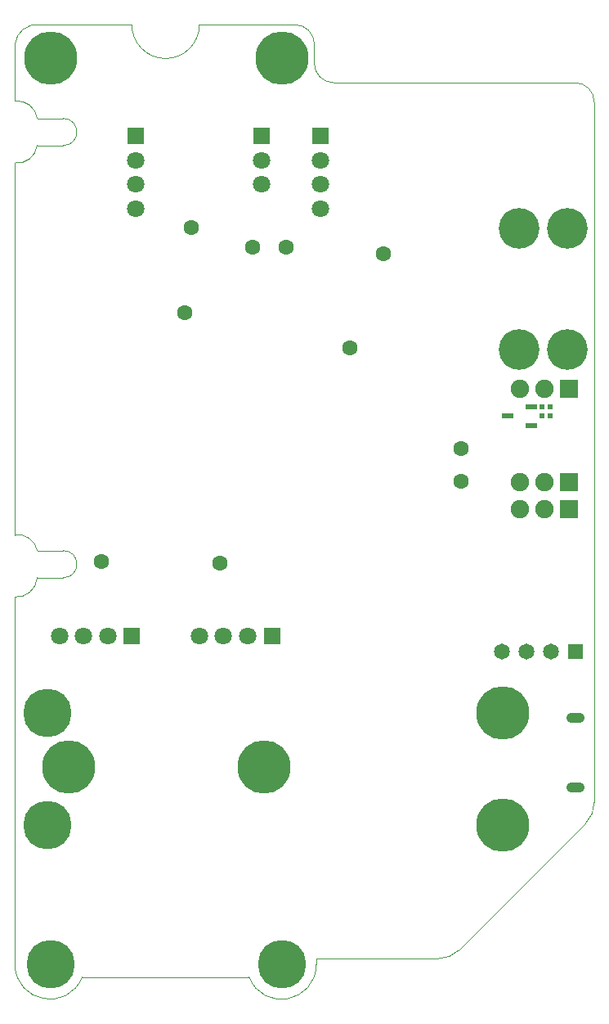
<source format=gbs>
G04 Layer_Color=16711935*
%FSLAX44Y44*%
%MOMM*%
G71*
G01*
G75*
%ADD11R,0.6000X0.5900*%
%ADD61C,0.1000*%
%ADD62O,1.9000X1.0500*%
%ADD63R,1.9000X1.9000*%
%ADD64C,1.9000*%
%ADD65R,1.6500X1.6500*%
%ADD66C,1.6500*%
%ADD67C,5.5000*%
%ADD68C,5.0000*%
%ADD70C,4.2000*%
%ADD71R,1.8000X1.8000*%
%ADD72C,1.8000*%
%ADD73R,1.8000X1.8000*%
%ADD75C,1.6000*%
%ADD77R,1.2100X0.6000*%
D11*
X546000Y612550D02*
D03*
Y603450D02*
D03*
X554000Y612550D02*
D03*
Y603450D02*
D03*
D61*
X310000Y968000D02*
G03*
X330000Y948000I20000J0D01*
G01*
X310000Y988000D02*
G03*
X290000Y1008000I-20000J0D01*
G01*
X25000Y1007999D02*
G03*
X0Y988000I-2500J-22499D01*
G01*
X23000Y911000D02*
G03*
X-0Y929000I-20500J-2500D01*
G01*
Y865000D02*
G03*
X23000Y883000I2500J20500D01*
G01*
X23000Y464000D02*
G03*
X-0Y480000I-19500J-3500D01*
G01*
X0Y416000D02*
G03*
X23000Y436000I1500J21500D01*
G01*
X121000Y1008000D02*
G03*
X156000Y973000I35000J0D01*
G01*
D02*
G03*
X191000Y1008000I0J35000D01*
G01*
X-1Y36000D02*
G03*
X69600Y23000I36035J109D01*
G01*
X242399Y22999D02*
G03*
X312000Y36000I33587J12998D01*
G01*
X591213Y182213D02*
G03*
X600000Y203426I-21213J21213D01*
G01*
X438574Y42000D02*
G03*
X459787Y50787I0J30000D01*
G01*
X600000Y928000D02*
G03*
X580000Y948000I-20000J0D01*
G01*
X50000Y883000D02*
G03*
X50000Y911000I0J14000D01*
G01*
Y436000D02*
G03*
X50000Y464000I0J14000D01*
G01*
X310000Y968000D02*
Y988000D01*
X191000Y1008000D02*
X290000D01*
X0Y929000D02*
Y988000D01*
X25000Y1008000D02*
X121000D01*
X23000Y911000D02*
X50000D01*
X23000Y883000D02*
X50000D01*
X0Y480000D02*
Y865000D01*
X23000Y436000D02*
X50000D01*
X23000Y464000D02*
X50000D01*
X69600Y23000D02*
X242400D01*
X0Y36000D02*
Y416000D01*
X312000Y36000D02*
Y42000D01*
X600000Y203426D02*
Y928000D01*
X459787Y50787D02*
X591213Y182213D01*
X330000Y948000D02*
X580000D01*
X312000Y42000D02*
X438574D01*
D62*
X580200Y290750D02*
D03*
Y219250D02*
D03*
D63*
X573400Y631000D02*
D03*
Y507000D02*
D03*
Y535000D02*
D03*
D64*
X548000Y631000D02*
D03*
X522600D02*
D03*
Y507000D02*
D03*
X548000D02*
D03*
X522600Y535000D02*
D03*
X548000D02*
D03*
D65*
X580300Y359500D02*
D03*
D66*
X554900D02*
D03*
X504100D02*
D03*
X529500D02*
D03*
D67*
X55750Y240000D02*
D03*
X257750D02*
D03*
X36750Y973000D02*
D03*
X276750D02*
D03*
X504750Y296000D02*
D03*
Y180000D02*
D03*
D68*
X276750Y36000D02*
D03*
X36750D02*
D03*
X33750Y180000D02*
D03*
Y296000D02*
D03*
D70*
X522000Y797000D02*
D03*
X572000D02*
D03*
X522000Y672000D02*
D03*
X572000D02*
D03*
D71*
X125000Y893000D02*
D03*
X316000D02*
D03*
X255000D02*
D03*
D72*
X125000Y868000D02*
D03*
Y843000D02*
D03*
Y818000D02*
D03*
X316000Y868000D02*
D03*
Y843000D02*
D03*
Y818000D02*
D03*
X255000Y868000D02*
D03*
Y843000D02*
D03*
X96000Y376000D02*
D03*
X71000D02*
D03*
X46000D02*
D03*
X241000D02*
D03*
X216000D02*
D03*
X191000D02*
D03*
D73*
X121000D02*
D03*
X266000D02*
D03*
D75*
X462000Y535500D02*
D03*
Y569500D02*
D03*
X246500Y777500D02*
D03*
X281000D02*
D03*
X182500Y798000D02*
D03*
X89500Y452750D02*
D03*
X212500Y451250D02*
D03*
X346500Y674000D02*
D03*
X381500Y771000D02*
D03*
X176000Y710000D02*
D03*
D77*
X535150Y612500D02*
D03*
Y593500D02*
D03*
X510050Y603000D02*
D03*
M02*

</source>
